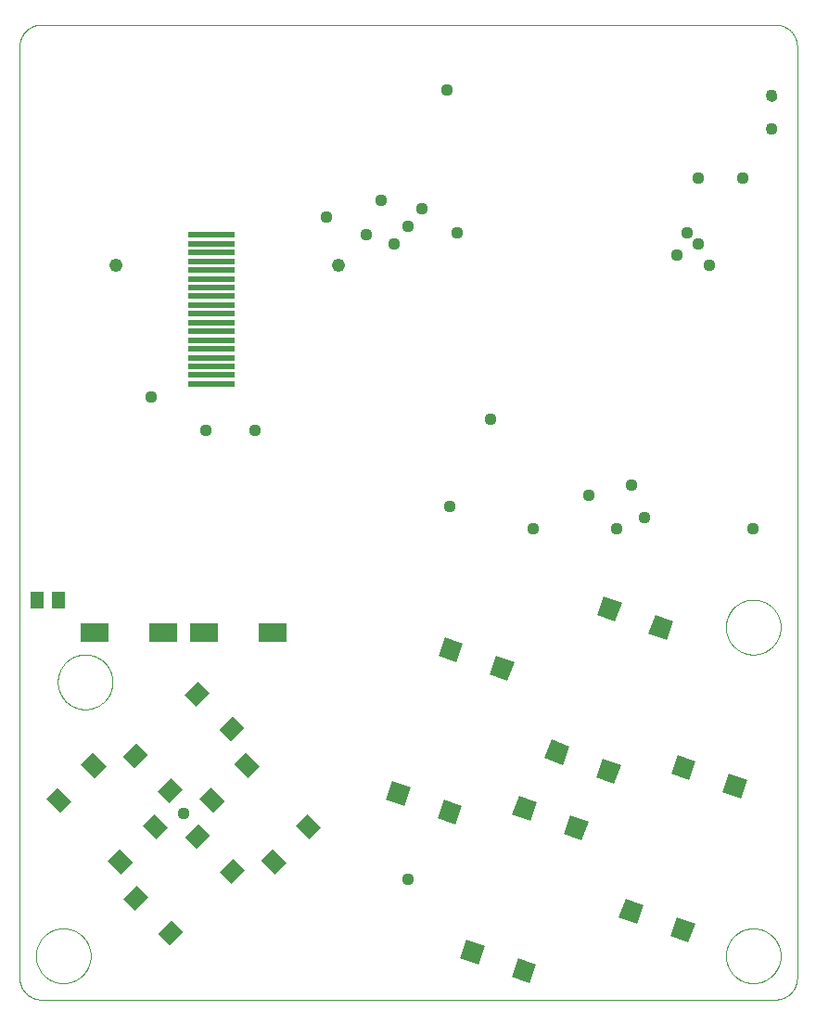
<source format=gts>
G75*
%MOIN*%
%OFA0B0*%
%FSLAX25Y25*%
%IPPOS*%
%LPD*%
%AMOC8*
5,1,8,0,0,1.08239X$1,22.5*
%
%ADD10C,0.00000*%
%ADD11C,0.00039*%
%ADD12R,0.05131X0.06312*%
%ADD13R,0.16548X0.02375*%
%ADD14R,0.07099X0.06902*%
%ADD15R,0.09855X0.07099*%
%ADD16C,0.04343*%
%ADD17R,0.05918X0.06902*%
%ADD18C,0.04369*%
%ADD19C,0.04762*%
D10*
X0003248Y0009374D02*
X0003248Y0344020D01*
X0003250Y0344210D01*
X0003257Y0344400D01*
X0003269Y0344590D01*
X0003285Y0344780D01*
X0003305Y0344969D01*
X0003331Y0345158D01*
X0003360Y0345346D01*
X0003395Y0345533D01*
X0003434Y0345719D01*
X0003477Y0345904D01*
X0003525Y0346089D01*
X0003577Y0346272D01*
X0003633Y0346453D01*
X0003694Y0346633D01*
X0003760Y0346812D01*
X0003829Y0346989D01*
X0003903Y0347165D01*
X0003981Y0347338D01*
X0004064Y0347510D01*
X0004150Y0347679D01*
X0004240Y0347847D01*
X0004335Y0348012D01*
X0004433Y0348175D01*
X0004536Y0348335D01*
X0004642Y0348493D01*
X0004752Y0348648D01*
X0004865Y0348801D01*
X0004983Y0348951D01*
X0005104Y0349097D01*
X0005228Y0349241D01*
X0005356Y0349382D01*
X0005487Y0349520D01*
X0005622Y0349655D01*
X0005760Y0349786D01*
X0005901Y0349914D01*
X0006045Y0350038D01*
X0006191Y0350159D01*
X0006341Y0350277D01*
X0006494Y0350390D01*
X0006649Y0350500D01*
X0006807Y0350606D01*
X0006967Y0350709D01*
X0007130Y0350807D01*
X0007295Y0350902D01*
X0007463Y0350992D01*
X0007632Y0351078D01*
X0007804Y0351161D01*
X0007977Y0351239D01*
X0008153Y0351313D01*
X0008330Y0351382D01*
X0008509Y0351448D01*
X0008689Y0351509D01*
X0008870Y0351565D01*
X0009053Y0351617D01*
X0009238Y0351665D01*
X0009423Y0351708D01*
X0009609Y0351747D01*
X0009796Y0351782D01*
X0009984Y0351811D01*
X0010173Y0351837D01*
X0010362Y0351857D01*
X0010552Y0351873D01*
X0010742Y0351885D01*
X0010932Y0351892D01*
X0011122Y0351894D01*
X0274902Y0351894D01*
X0275092Y0351892D01*
X0275282Y0351885D01*
X0275472Y0351873D01*
X0275662Y0351857D01*
X0275851Y0351837D01*
X0276040Y0351811D01*
X0276228Y0351782D01*
X0276415Y0351747D01*
X0276601Y0351708D01*
X0276786Y0351665D01*
X0276971Y0351617D01*
X0277154Y0351565D01*
X0277335Y0351509D01*
X0277515Y0351448D01*
X0277694Y0351382D01*
X0277871Y0351313D01*
X0278047Y0351239D01*
X0278220Y0351161D01*
X0278392Y0351078D01*
X0278561Y0350992D01*
X0278729Y0350902D01*
X0278894Y0350807D01*
X0279057Y0350709D01*
X0279217Y0350606D01*
X0279375Y0350500D01*
X0279530Y0350390D01*
X0279683Y0350277D01*
X0279833Y0350159D01*
X0279979Y0350038D01*
X0280123Y0349914D01*
X0280264Y0349786D01*
X0280402Y0349655D01*
X0280537Y0349520D01*
X0280668Y0349382D01*
X0280796Y0349241D01*
X0280920Y0349097D01*
X0281041Y0348951D01*
X0281159Y0348801D01*
X0281272Y0348648D01*
X0281382Y0348493D01*
X0281488Y0348335D01*
X0281591Y0348175D01*
X0281689Y0348012D01*
X0281784Y0347847D01*
X0281874Y0347679D01*
X0281960Y0347510D01*
X0282043Y0347338D01*
X0282121Y0347165D01*
X0282195Y0346989D01*
X0282264Y0346812D01*
X0282330Y0346633D01*
X0282391Y0346453D01*
X0282447Y0346272D01*
X0282499Y0346089D01*
X0282547Y0345904D01*
X0282590Y0345719D01*
X0282629Y0345533D01*
X0282664Y0345346D01*
X0282693Y0345158D01*
X0282719Y0344969D01*
X0282739Y0344780D01*
X0282755Y0344590D01*
X0282767Y0344400D01*
X0282774Y0344210D01*
X0282776Y0344020D01*
X0282776Y0009374D01*
X0282774Y0009184D01*
X0282767Y0008994D01*
X0282755Y0008804D01*
X0282739Y0008614D01*
X0282719Y0008425D01*
X0282693Y0008236D01*
X0282664Y0008048D01*
X0282629Y0007861D01*
X0282590Y0007675D01*
X0282547Y0007490D01*
X0282499Y0007305D01*
X0282447Y0007122D01*
X0282391Y0006941D01*
X0282330Y0006761D01*
X0282264Y0006582D01*
X0282195Y0006405D01*
X0282121Y0006229D01*
X0282043Y0006056D01*
X0281960Y0005884D01*
X0281874Y0005715D01*
X0281784Y0005547D01*
X0281689Y0005382D01*
X0281591Y0005219D01*
X0281488Y0005059D01*
X0281382Y0004901D01*
X0281272Y0004746D01*
X0281159Y0004593D01*
X0281041Y0004443D01*
X0280920Y0004297D01*
X0280796Y0004153D01*
X0280668Y0004012D01*
X0280537Y0003874D01*
X0280402Y0003739D01*
X0280264Y0003608D01*
X0280123Y0003480D01*
X0279979Y0003356D01*
X0279833Y0003235D01*
X0279683Y0003117D01*
X0279530Y0003004D01*
X0279375Y0002894D01*
X0279217Y0002788D01*
X0279057Y0002685D01*
X0278894Y0002587D01*
X0278729Y0002492D01*
X0278561Y0002402D01*
X0278392Y0002316D01*
X0278220Y0002233D01*
X0278047Y0002155D01*
X0277871Y0002081D01*
X0277694Y0002012D01*
X0277515Y0001946D01*
X0277335Y0001885D01*
X0277154Y0001829D01*
X0276971Y0001777D01*
X0276786Y0001729D01*
X0276601Y0001686D01*
X0276415Y0001647D01*
X0276228Y0001612D01*
X0276040Y0001583D01*
X0275851Y0001557D01*
X0275662Y0001537D01*
X0275472Y0001521D01*
X0275282Y0001509D01*
X0275092Y0001502D01*
X0274902Y0001500D01*
X0011122Y0001500D01*
X0010932Y0001502D01*
X0010742Y0001509D01*
X0010552Y0001521D01*
X0010362Y0001537D01*
X0010173Y0001557D01*
X0009984Y0001583D01*
X0009796Y0001612D01*
X0009609Y0001647D01*
X0009423Y0001686D01*
X0009238Y0001729D01*
X0009053Y0001777D01*
X0008870Y0001829D01*
X0008689Y0001885D01*
X0008509Y0001946D01*
X0008330Y0002012D01*
X0008153Y0002081D01*
X0007977Y0002155D01*
X0007804Y0002233D01*
X0007632Y0002316D01*
X0007463Y0002402D01*
X0007295Y0002492D01*
X0007130Y0002587D01*
X0006967Y0002685D01*
X0006807Y0002788D01*
X0006649Y0002894D01*
X0006494Y0003004D01*
X0006341Y0003117D01*
X0006191Y0003235D01*
X0006045Y0003356D01*
X0005901Y0003480D01*
X0005760Y0003608D01*
X0005622Y0003739D01*
X0005487Y0003874D01*
X0005356Y0004012D01*
X0005228Y0004153D01*
X0005104Y0004297D01*
X0004983Y0004443D01*
X0004865Y0004593D01*
X0004752Y0004746D01*
X0004642Y0004901D01*
X0004536Y0005059D01*
X0004433Y0005219D01*
X0004335Y0005382D01*
X0004240Y0005547D01*
X0004150Y0005715D01*
X0004064Y0005884D01*
X0003981Y0006056D01*
X0003903Y0006229D01*
X0003829Y0006405D01*
X0003760Y0006582D01*
X0003694Y0006761D01*
X0003633Y0006941D01*
X0003577Y0007122D01*
X0003525Y0007305D01*
X0003477Y0007490D01*
X0003434Y0007675D01*
X0003395Y0007861D01*
X0003360Y0008048D01*
X0003331Y0008236D01*
X0003305Y0008425D01*
X0003285Y0008614D01*
X0003269Y0008804D01*
X0003257Y0008994D01*
X0003250Y0009184D01*
X0003248Y0009374D01*
X0271752Y0314492D02*
X0271754Y0314576D01*
X0271760Y0314659D01*
X0271770Y0314742D01*
X0271784Y0314825D01*
X0271801Y0314907D01*
X0271823Y0314988D01*
X0271848Y0315067D01*
X0271877Y0315146D01*
X0271910Y0315223D01*
X0271946Y0315298D01*
X0271986Y0315372D01*
X0272029Y0315444D01*
X0272076Y0315513D01*
X0272126Y0315580D01*
X0272179Y0315645D01*
X0272235Y0315707D01*
X0272293Y0315767D01*
X0272355Y0315824D01*
X0272419Y0315877D01*
X0272486Y0315928D01*
X0272555Y0315975D01*
X0272626Y0316020D01*
X0272699Y0316060D01*
X0272774Y0316097D01*
X0272851Y0316131D01*
X0272929Y0316161D01*
X0273008Y0316187D01*
X0273089Y0316210D01*
X0273171Y0316228D01*
X0273253Y0316243D01*
X0273336Y0316254D01*
X0273419Y0316261D01*
X0273503Y0316264D01*
X0273587Y0316263D01*
X0273670Y0316258D01*
X0273754Y0316249D01*
X0273836Y0316236D01*
X0273918Y0316220D01*
X0273999Y0316199D01*
X0274080Y0316175D01*
X0274158Y0316147D01*
X0274236Y0316115D01*
X0274312Y0316079D01*
X0274386Y0316040D01*
X0274458Y0315998D01*
X0274528Y0315952D01*
X0274596Y0315903D01*
X0274661Y0315851D01*
X0274724Y0315796D01*
X0274784Y0315738D01*
X0274842Y0315677D01*
X0274896Y0315613D01*
X0274948Y0315547D01*
X0274996Y0315479D01*
X0275041Y0315408D01*
X0275082Y0315335D01*
X0275121Y0315261D01*
X0275155Y0315185D01*
X0275186Y0315107D01*
X0275213Y0315028D01*
X0275237Y0314947D01*
X0275256Y0314866D01*
X0275272Y0314784D01*
X0275284Y0314701D01*
X0275292Y0314617D01*
X0275296Y0314534D01*
X0275296Y0314450D01*
X0275292Y0314367D01*
X0275284Y0314283D01*
X0275272Y0314200D01*
X0275256Y0314118D01*
X0275237Y0314037D01*
X0275213Y0313956D01*
X0275186Y0313877D01*
X0275155Y0313799D01*
X0275121Y0313723D01*
X0275082Y0313649D01*
X0275041Y0313576D01*
X0274996Y0313505D01*
X0274948Y0313437D01*
X0274896Y0313371D01*
X0274842Y0313307D01*
X0274784Y0313246D01*
X0274724Y0313188D01*
X0274661Y0313133D01*
X0274596Y0313081D01*
X0274528Y0313032D01*
X0274458Y0312986D01*
X0274386Y0312944D01*
X0274312Y0312905D01*
X0274236Y0312869D01*
X0274158Y0312837D01*
X0274080Y0312809D01*
X0273999Y0312785D01*
X0273918Y0312764D01*
X0273836Y0312748D01*
X0273754Y0312735D01*
X0273670Y0312726D01*
X0273587Y0312721D01*
X0273503Y0312720D01*
X0273419Y0312723D01*
X0273336Y0312730D01*
X0273253Y0312741D01*
X0273171Y0312756D01*
X0273089Y0312774D01*
X0273008Y0312797D01*
X0272929Y0312823D01*
X0272851Y0312853D01*
X0272774Y0312887D01*
X0272699Y0312924D01*
X0272626Y0312964D01*
X0272555Y0313009D01*
X0272486Y0313056D01*
X0272419Y0313107D01*
X0272355Y0313160D01*
X0272293Y0313217D01*
X0272235Y0313277D01*
X0272179Y0313339D01*
X0272126Y0313404D01*
X0272076Y0313471D01*
X0272029Y0313540D01*
X0271986Y0313612D01*
X0271946Y0313686D01*
X0271910Y0313761D01*
X0271877Y0313838D01*
X0271848Y0313917D01*
X0271823Y0313996D01*
X0271801Y0314077D01*
X0271784Y0314159D01*
X0271770Y0314242D01*
X0271760Y0314325D01*
X0271754Y0314408D01*
X0271752Y0314492D01*
X0271752Y0326303D02*
X0271754Y0326387D01*
X0271760Y0326470D01*
X0271770Y0326553D01*
X0271784Y0326636D01*
X0271801Y0326718D01*
X0271823Y0326799D01*
X0271848Y0326878D01*
X0271877Y0326957D01*
X0271910Y0327034D01*
X0271946Y0327109D01*
X0271986Y0327183D01*
X0272029Y0327255D01*
X0272076Y0327324D01*
X0272126Y0327391D01*
X0272179Y0327456D01*
X0272235Y0327518D01*
X0272293Y0327578D01*
X0272355Y0327635D01*
X0272419Y0327688D01*
X0272486Y0327739D01*
X0272555Y0327786D01*
X0272626Y0327831D01*
X0272699Y0327871D01*
X0272774Y0327908D01*
X0272851Y0327942D01*
X0272929Y0327972D01*
X0273008Y0327998D01*
X0273089Y0328021D01*
X0273171Y0328039D01*
X0273253Y0328054D01*
X0273336Y0328065D01*
X0273419Y0328072D01*
X0273503Y0328075D01*
X0273587Y0328074D01*
X0273670Y0328069D01*
X0273754Y0328060D01*
X0273836Y0328047D01*
X0273918Y0328031D01*
X0273999Y0328010D01*
X0274080Y0327986D01*
X0274158Y0327958D01*
X0274236Y0327926D01*
X0274312Y0327890D01*
X0274386Y0327851D01*
X0274458Y0327809D01*
X0274528Y0327763D01*
X0274596Y0327714D01*
X0274661Y0327662D01*
X0274724Y0327607D01*
X0274784Y0327549D01*
X0274842Y0327488D01*
X0274896Y0327424D01*
X0274948Y0327358D01*
X0274996Y0327290D01*
X0275041Y0327219D01*
X0275082Y0327146D01*
X0275121Y0327072D01*
X0275155Y0326996D01*
X0275186Y0326918D01*
X0275213Y0326839D01*
X0275237Y0326758D01*
X0275256Y0326677D01*
X0275272Y0326595D01*
X0275284Y0326512D01*
X0275292Y0326428D01*
X0275296Y0326345D01*
X0275296Y0326261D01*
X0275292Y0326178D01*
X0275284Y0326094D01*
X0275272Y0326011D01*
X0275256Y0325929D01*
X0275237Y0325848D01*
X0275213Y0325767D01*
X0275186Y0325688D01*
X0275155Y0325610D01*
X0275121Y0325534D01*
X0275082Y0325460D01*
X0275041Y0325387D01*
X0274996Y0325316D01*
X0274948Y0325248D01*
X0274896Y0325182D01*
X0274842Y0325118D01*
X0274784Y0325057D01*
X0274724Y0324999D01*
X0274661Y0324944D01*
X0274596Y0324892D01*
X0274528Y0324843D01*
X0274458Y0324797D01*
X0274386Y0324755D01*
X0274312Y0324716D01*
X0274236Y0324680D01*
X0274158Y0324648D01*
X0274080Y0324620D01*
X0273999Y0324596D01*
X0273918Y0324575D01*
X0273836Y0324559D01*
X0273754Y0324546D01*
X0273670Y0324537D01*
X0273587Y0324532D01*
X0273503Y0324531D01*
X0273419Y0324534D01*
X0273336Y0324541D01*
X0273253Y0324552D01*
X0273171Y0324567D01*
X0273089Y0324585D01*
X0273008Y0324608D01*
X0272929Y0324634D01*
X0272851Y0324664D01*
X0272774Y0324698D01*
X0272699Y0324735D01*
X0272626Y0324775D01*
X0272555Y0324820D01*
X0272486Y0324867D01*
X0272419Y0324918D01*
X0272355Y0324971D01*
X0272293Y0325028D01*
X0272235Y0325088D01*
X0272179Y0325150D01*
X0272126Y0325215D01*
X0272076Y0325282D01*
X0272029Y0325351D01*
X0271986Y0325423D01*
X0271946Y0325497D01*
X0271910Y0325572D01*
X0271877Y0325649D01*
X0271848Y0325728D01*
X0271823Y0325807D01*
X0271801Y0325888D01*
X0271784Y0325970D01*
X0271770Y0326053D01*
X0271760Y0326136D01*
X0271754Y0326219D01*
X0271752Y0326303D01*
D11*
X0257185Y0135358D02*
X0257188Y0135600D01*
X0257197Y0135841D01*
X0257212Y0136082D01*
X0257232Y0136323D01*
X0257259Y0136563D01*
X0257292Y0136802D01*
X0257330Y0137041D01*
X0257374Y0137278D01*
X0257424Y0137515D01*
X0257480Y0137750D01*
X0257542Y0137983D01*
X0257609Y0138215D01*
X0257682Y0138446D01*
X0257760Y0138674D01*
X0257845Y0138900D01*
X0257934Y0139125D01*
X0258029Y0139347D01*
X0258130Y0139566D01*
X0258236Y0139784D01*
X0258347Y0139998D01*
X0258464Y0140210D01*
X0258585Y0140418D01*
X0258712Y0140624D01*
X0258844Y0140826D01*
X0258981Y0141026D01*
X0259122Y0141221D01*
X0259268Y0141414D01*
X0259419Y0141602D01*
X0259575Y0141787D01*
X0259735Y0141968D01*
X0259899Y0142145D01*
X0260068Y0142318D01*
X0260241Y0142487D01*
X0260418Y0142651D01*
X0260599Y0142811D01*
X0260784Y0142967D01*
X0260972Y0143118D01*
X0261165Y0143264D01*
X0261360Y0143405D01*
X0261560Y0143542D01*
X0261762Y0143674D01*
X0261968Y0143801D01*
X0262176Y0143922D01*
X0262388Y0144039D01*
X0262602Y0144150D01*
X0262820Y0144256D01*
X0263039Y0144357D01*
X0263261Y0144452D01*
X0263486Y0144541D01*
X0263712Y0144626D01*
X0263940Y0144704D01*
X0264171Y0144777D01*
X0264403Y0144844D01*
X0264636Y0144906D01*
X0264871Y0144962D01*
X0265108Y0145012D01*
X0265345Y0145056D01*
X0265584Y0145094D01*
X0265823Y0145127D01*
X0266063Y0145154D01*
X0266304Y0145174D01*
X0266545Y0145189D01*
X0266786Y0145198D01*
X0267028Y0145201D01*
X0267270Y0145198D01*
X0267511Y0145189D01*
X0267752Y0145174D01*
X0267993Y0145154D01*
X0268233Y0145127D01*
X0268472Y0145094D01*
X0268711Y0145056D01*
X0268948Y0145012D01*
X0269185Y0144962D01*
X0269420Y0144906D01*
X0269653Y0144844D01*
X0269885Y0144777D01*
X0270116Y0144704D01*
X0270344Y0144626D01*
X0270570Y0144541D01*
X0270795Y0144452D01*
X0271017Y0144357D01*
X0271236Y0144256D01*
X0271454Y0144150D01*
X0271668Y0144039D01*
X0271880Y0143922D01*
X0272088Y0143801D01*
X0272294Y0143674D01*
X0272496Y0143542D01*
X0272696Y0143405D01*
X0272891Y0143264D01*
X0273084Y0143118D01*
X0273272Y0142967D01*
X0273457Y0142811D01*
X0273638Y0142651D01*
X0273815Y0142487D01*
X0273988Y0142318D01*
X0274157Y0142145D01*
X0274321Y0141968D01*
X0274481Y0141787D01*
X0274637Y0141602D01*
X0274788Y0141414D01*
X0274934Y0141221D01*
X0275075Y0141026D01*
X0275212Y0140826D01*
X0275344Y0140624D01*
X0275471Y0140418D01*
X0275592Y0140210D01*
X0275709Y0139998D01*
X0275820Y0139784D01*
X0275926Y0139566D01*
X0276027Y0139347D01*
X0276122Y0139125D01*
X0276211Y0138900D01*
X0276296Y0138674D01*
X0276374Y0138446D01*
X0276447Y0138215D01*
X0276514Y0137983D01*
X0276576Y0137750D01*
X0276632Y0137515D01*
X0276682Y0137278D01*
X0276726Y0137041D01*
X0276764Y0136802D01*
X0276797Y0136563D01*
X0276824Y0136323D01*
X0276844Y0136082D01*
X0276859Y0135841D01*
X0276868Y0135600D01*
X0276871Y0135358D01*
X0276868Y0135116D01*
X0276859Y0134875D01*
X0276844Y0134634D01*
X0276824Y0134393D01*
X0276797Y0134153D01*
X0276764Y0133914D01*
X0276726Y0133675D01*
X0276682Y0133438D01*
X0276632Y0133201D01*
X0276576Y0132966D01*
X0276514Y0132733D01*
X0276447Y0132501D01*
X0276374Y0132270D01*
X0276296Y0132042D01*
X0276211Y0131816D01*
X0276122Y0131591D01*
X0276027Y0131369D01*
X0275926Y0131150D01*
X0275820Y0130932D01*
X0275709Y0130718D01*
X0275592Y0130506D01*
X0275471Y0130298D01*
X0275344Y0130092D01*
X0275212Y0129890D01*
X0275075Y0129690D01*
X0274934Y0129495D01*
X0274788Y0129302D01*
X0274637Y0129114D01*
X0274481Y0128929D01*
X0274321Y0128748D01*
X0274157Y0128571D01*
X0273988Y0128398D01*
X0273815Y0128229D01*
X0273638Y0128065D01*
X0273457Y0127905D01*
X0273272Y0127749D01*
X0273084Y0127598D01*
X0272891Y0127452D01*
X0272696Y0127311D01*
X0272496Y0127174D01*
X0272294Y0127042D01*
X0272088Y0126915D01*
X0271880Y0126794D01*
X0271668Y0126677D01*
X0271454Y0126566D01*
X0271236Y0126460D01*
X0271017Y0126359D01*
X0270795Y0126264D01*
X0270570Y0126175D01*
X0270344Y0126090D01*
X0270116Y0126012D01*
X0269885Y0125939D01*
X0269653Y0125872D01*
X0269420Y0125810D01*
X0269185Y0125754D01*
X0268948Y0125704D01*
X0268711Y0125660D01*
X0268472Y0125622D01*
X0268233Y0125589D01*
X0267993Y0125562D01*
X0267752Y0125542D01*
X0267511Y0125527D01*
X0267270Y0125518D01*
X0267028Y0125515D01*
X0266786Y0125518D01*
X0266545Y0125527D01*
X0266304Y0125542D01*
X0266063Y0125562D01*
X0265823Y0125589D01*
X0265584Y0125622D01*
X0265345Y0125660D01*
X0265108Y0125704D01*
X0264871Y0125754D01*
X0264636Y0125810D01*
X0264403Y0125872D01*
X0264171Y0125939D01*
X0263940Y0126012D01*
X0263712Y0126090D01*
X0263486Y0126175D01*
X0263261Y0126264D01*
X0263039Y0126359D01*
X0262820Y0126460D01*
X0262602Y0126566D01*
X0262388Y0126677D01*
X0262176Y0126794D01*
X0261968Y0126915D01*
X0261762Y0127042D01*
X0261560Y0127174D01*
X0261360Y0127311D01*
X0261165Y0127452D01*
X0260972Y0127598D01*
X0260784Y0127749D01*
X0260599Y0127905D01*
X0260418Y0128065D01*
X0260241Y0128229D01*
X0260068Y0128398D01*
X0259899Y0128571D01*
X0259735Y0128748D01*
X0259575Y0128929D01*
X0259419Y0129114D01*
X0259268Y0129302D01*
X0259122Y0129495D01*
X0258981Y0129690D01*
X0258844Y0129890D01*
X0258712Y0130092D01*
X0258585Y0130298D01*
X0258464Y0130506D01*
X0258347Y0130718D01*
X0258236Y0130932D01*
X0258130Y0131150D01*
X0258029Y0131369D01*
X0257934Y0131591D01*
X0257845Y0131816D01*
X0257760Y0132042D01*
X0257682Y0132270D01*
X0257609Y0132501D01*
X0257542Y0132733D01*
X0257480Y0132966D01*
X0257424Y0133201D01*
X0257374Y0133438D01*
X0257330Y0133675D01*
X0257292Y0133914D01*
X0257259Y0134153D01*
X0257232Y0134393D01*
X0257212Y0134634D01*
X0257197Y0134875D01*
X0257188Y0135116D01*
X0257185Y0135358D01*
X0257185Y0017248D02*
X0257188Y0017490D01*
X0257197Y0017731D01*
X0257212Y0017972D01*
X0257232Y0018213D01*
X0257259Y0018453D01*
X0257292Y0018692D01*
X0257330Y0018931D01*
X0257374Y0019168D01*
X0257424Y0019405D01*
X0257480Y0019640D01*
X0257542Y0019873D01*
X0257609Y0020105D01*
X0257682Y0020336D01*
X0257760Y0020564D01*
X0257845Y0020790D01*
X0257934Y0021015D01*
X0258029Y0021237D01*
X0258130Y0021456D01*
X0258236Y0021674D01*
X0258347Y0021888D01*
X0258464Y0022100D01*
X0258585Y0022308D01*
X0258712Y0022514D01*
X0258844Y0022716D01*
X0258981Y0022916D01*
X0259122Y0023111D01*
X0259268Y0023304D01*
X0259419Y0023492D01*
X0259575Y0023677D01*
X0259735Y0023858D01*
X0259899Y0024035D01*
X0260068Y0024208D01*
X0260241Y0024377D01*
X0260418Y0024541D01*
X0260599Y0024701D01*
X0260784Y0024857D01*
X0260972Y0025008D01*
X0261165Y0025154D01*
X0261360Y0025295D01*
X0261560Y0025432D01*
X0261762Y0025564D01*
X0261968Y0025691D01*
X0262176Y0025812D01*
X0262388Y0025929D01*
X0262602Y0026040D01*
X0262820Y0026146D01*
X0263039Y0026247D01*
X0263261Y0026342D01*
X0263486Y0026431D01*
X0263712Y0026516D01*
X0263940Y0026594D01*
X0264171Y0026667D01*
X0264403Y0026734D01*
X0264636Y0026796D01*
X0264871Y0026852D01*
X0265108Y0026902D01*
X0265345Y0026946D01*
X0265584Y0026984D01*
X0265823Y0027017D01*
X0266063Y0027044D01*
X0266304Y0027064D01*
X0266545Y0027079D01*
X0266786Y0027088D01*
X0267028Y0027091D01*
X0267270Y0027088D01*
X0267511Y0027079D01*
X0267752Y0027064D01*
X0267993Y0027044D01*
X0268233Y0027017D01*
X0268472Y0026984D01*
X0268711Y0026946D01*
X0268948Y0026902D01*
X0269185Y0026852D01*
X0269420Y0026796D01*
X0269653Y0026734D01*
X0269885Y0026667D01*
X0270116Y0026594D01*
X0270344Y0026516D01*
X0270570Y0026431D01*
X0270795Y0026342D01*
X0271017Y0026247D01*
X0271236Y0026146D01*
X0271454Y0026040D01*
X0271668Y0025929D01*
X0271880Y0025812D01*
X0272088Y0025691D01*
X0272294Y0025564D01*
X0272496Y0025432D01*
X0272696Y0025295D01*
X0272891Y0025154D01*
X0273084Y0025008D01*
X0273272Y0024857D01*
X0273457Y0024701D01*
X0273638Y0024541D01*
X0273815Y0024377D01*
X0273988Y0024208D01*
X0274157Y0024035D01*
X0274321Y0023858D01*
X0274481Y0023677D01*
X0274637Y0023492D01*
X0274788Y0023304D01*
X0274934Y0023111D01*
X0275075Y0022916D01*
X0275212Y0022716D01*
X0275344Y0022514D01*
X0275471Y0022308D01*
X0275592Y0022100D01*
X0275709Y0021888D01*
X0275820Y0021674D01*
X0275926Y0021456D01*
X0276027Y0021237D01*
X0276122Y0021015D01*
X0276211Y0020790D01*
X0276296Y0020564D01*
X0276374Y0020336D01*
X0276447Y0020105D01*
X0276514Y0019873D01*
X0276576Y0019640D01*
X0276632Y0019405D01*
X0276682Y0019168D01*
X0276726Y0018931D01*
X0276764Y0018692D01*
X0276797Y0018453D01*
X0276824Y0018213D01*
X0276844Y0017972D01*
X0276859Y0017731D01*
X0276868Y0017490D01*
X0276871Y0017248D01*
X0276868Y0017006D01*
X0276859Y0016765D01*
X0276844Y0016524D01*
X0276824Y0016283D01*
X0276797Y0016043D01*
X0276764Y0015804D01*
X0276726Y0015565D01*
X0276682Y0015328D01*
X0276632Y0015091D01*
X0276576Y0014856D01*
X0276514Y0014623D01*
X0276447Y0014391D01*
X0276374Y0014160D01*
X0276296Y0013932D01*
X0276211Y0013706D01*
X0276122Y0013481D01*
X0276027Y0013259D01*
X0275926Y0013040D01*
X0275820Y0012822D01*
X0275709Y0012608D01*
X0275592Y0012396D01*
X0275471Y0012188D01*
X0275344Y0011982D01*
X0275212Y0011780D01*
X0275075Y0011580D01*
X0274934Y0011385D01*
X0274788Y0011192D01*
X0274637Y0011004D01*
X0274481Y0010819D01*
X0274321Y0010638D01*
X0274157Y0010461D01*
X0273988Y0010288D01*
X0273815Y0010119D01*
X0273638Y0009955D01*
X0273457Y0009795D01*
X0273272Y0009639D01*
X0273084Y0009488D01*
X0272891Y0009342D01*
X0272696Y0009201D01*
X0272496Y0009064D01*
X0272294Y0008932D01*
X0272088Y0008805D01*
X0271880Y0008684D01*
X0271668Y0008567D01*
X0271454Y0008456D01*
X0271236Y0008350D01*
X0271017Y0008249D01*
X0270795Y0008154D01*
X0270570Y0008065D01*
X0270344Y0007980D01*
X0270116Y0007902D01*
X0269885Y0007829D01*
X0269653Y0007762D01*
X0269420Y0007700D01*
X0269185Y0007644D01*
X0268948Y0007594D01*
X0268711Y0007550D01*
X0268472Y0007512D01*
X0268233Y0007479D01*
X0267993Y0007452D01*
X0267752Y0007432D01*
X0267511Y0007417D01*
X0267270Y0007408D01*
X0267028Y0007405D01*
X0266786Y0007408D01*
X0266545Y0007417D01*
X0266304Y0007432D01*
X0266063Y0007452D01*
X0265823Y0007479D01*
X0265584Y0007512D01*
X0265345Y0007550D01*
X0265108Y0007594D01*
X0264871Y0007644D01*
X0264636Y0007700D01*
X0264403Y0007762D01*
X0264171Y0007829D01*
X0263940Y0007902D01*
X0263712Y0007980D01*
X0263486Y0008065D01*
X0263261Y0008154D01*
X0263039Y0008249D01*
X0262820Y0008350D01*
X0262602Y0008456D01*
X0262388Y0008567D01*
X0262176Y0008684D01*
X0261968Y0008805D01*
X0261762Y0008932D01*
X0261560Y0009064D01*
X0261360Y0009201D01*
X0261165Y0009342D01*
X0260972Y0009488D01*
X0260784Y0009639D01*
X0260599Y0009795D01*
X0260418Y0009955D01*
X0260241Y0010119D01*
X0260068Y0010288D01*
X0259899Y0010461D01*
X0259735Y0010638D01*
X0259575Y0010819D01*
X0259419Y0011004D01*
X0259268Y0011192D01*
X0259122Y0011385D01*
X0258981Y0011580D01*
X0258844Y0011780D01*
X0258712Y0011982D01*
X0258585Y0012188D01*
X0258464Y0012396D01*
X0258347Y0012608D01*
X0258236Y0012822D01*
X0258130Y0013040D01*
X0258029Y0013259D01*
X0257934Y0013481D01*
X0257845Y0013706D01*
X0257760Y0013932D01*
X0257682Y0014160D01*
X0257609Y0014391D01*
X0257542Y0014623D01*
X0257480Y0014856D01*
X0257424Y0015091D01*
X0257374Y0015328D01*
X0257330Y0015565D01*
X0257292Y0015804D01*
X0257259Y0016043D01*
X0257232Y0016283D01*
X0257212Y0016524D01*
X0257197Y0016765D01*
X0257188Y0017006D01*
X0257185Y0017248D01*
X0017027Y0115673D02*
X0017030Y0115915D01*
X0017039Y0116156D01*
X0017054Y0116397D01*
X0017074Y0116638D01*
X0017101Y0116878D01*
X0017134Y0117117D01*
X0017172Y0117356D01*
X0017216Y0117593D01*
X0017266Y0117830D01*
X0017322Y0118065D01*
X0017384Y0118298D01*
X0017451Y0118530D01*
X0017524Y0118761D01*
X0017602Y0118989D01*
X0017687Y0119215D01*
X0017776Y0119440D01*
X0017871Y0119662D01*
X0017972Y0119881D01*
X0018078Y0120099D01*
X0018189Y0120313D01*
X0018306Y0120525D01*
X0018427Y0120733D01*
X0018554Y0120939D01*
X0018686Y0121141D01*
X0018823Y0121341D01*
X0018964Y0121536D01*
X0019110Y0121729D01*
X0019261Y0121917D01*
X0019417Y0122102D01*
X0019577Y0122283D01*
X0019741Y0122460D01*
X0019910Y0122633D01*
X0020083Y0122802D01*
X0020260Y0122966D01*
X0020441Y0123126D01*
X0020626Y0123282D01*
X0020814Y0123433D01*
X0021007Y0123579D01*
X0021202Y0123720D01*
X0021402Y0123857D01*
X0021604Y0123989D01*
X0021810Y0124116D01*
X0022018Y0124237D01*
X0022230Y0124354D01*
X0022444Y0124465D01*
X0022662Y0124571D01*
X0022881Y0124672D01*
X0023103Y0124767D01*
X0023328Y0124856D01*
X0023554Y0124941D01*
X0023782Y0125019D01*
X0024013Y0125092D01*
X0024245Y0125159D01*
X0024478Y0125221D01*
X0024713Y0125277D01*
X0024950Y0125327D01*
X0025187Y0125371D01*
X0025426Y0125409D01*
X0025665Y0125442D01*
X0025905Y0125469D01*
X0026146Y0125489D01*
X0026387Y0125504D01*
X0026628Y0125513D01*
X0026870Y0125516D01*
X0027112Y0125513D01*
X0027353Y0125504D01*
X0027594Y0125489D01*
X0027835Y0125469D01*
X0028075Y0125442D01*
X0028314Y0125409D01*
X0028553Y0125371D01*
X0028790Y0125327D01*
X0029027Y0125277D01*
X0029262Y0125221D01*
X0029495Y0125159D01*
X0029727Y0125092D01*
X0029958Y0125019D01*
X0030186Y0124941D01*
X0030412Y0124856D01*
X0030637Y0124767D01*
X0030859Y0124672D01*
X0031078Y0124571D01*
X0031296Y0124465D01*
X0031510Y0124354D01*
X0031722Y0124237D01*
X0031930Y0124116D01*
X0032136Y0123989D01*
X0032338Y0123857D01*
X0032538Y0123720D01*
X0032733Y0123579D01*
X0032926Y0123433D01*
X0033114Y0123282D01*
X0033299Y0123126D01*
X0033480Y0122966D01*
X0033657Y0122802D01*
X0033830Y0122633D01*
X0033999Y0122460D01*
X0034163Y0122283D01*
X0034323Y0122102D01*
X0034479Y0121917D01*
X0034630Y0121729D01*
X0034776Y0121536D01*
X0034917Y0121341D01*
X0035054Y0121141D01*
X0035186Y0120939D01*
X0035313Y0120733D01*
X0035434Y0120525D01*
X0035551Y0120313D01*
X0035662Y0120099D01*
X0035768Y0119881D01*
X0035869Y0119662D01*
X0035964Y0119440D01*
X0036053Y0119215D01*
X0036138Y0118989D01*
X0036216Y0118761D01*
X0036289Y0118530D01*
X0036356Y0118298D01*
X0036418Y0118065D01*
X0036474Y0117830D01*
X0036524Y0117593D01*
X0036568Y0117356D01*
X0036606Y0117117D01*
X0036639Y0116878D01*
X0036666Y0116638D01*
X0036686Y0116397D01*
X0036701Y0116156D01*
X0036710Y0115915D01*
X0036713Y0115673D01*
X0036710Y0115431D01*
X0036701Y0115190D01*
X0036686Y0114949D01*
X0036666Y0114708D01*
X0036639Y0114468D01*
X0036606Y0114229D01*
X0036568Y0113990D01*
X0036524Y0113753D01*
X0036474Y0113516D01*
X0036418Y0113281D01*
X0036356Y0113048D01*
X0036289Y0112816D01*
X0036216Y0112585D01*
X0036138Y0112357D01*
X0036053Y0112131D01*
X0035964Y0111906D01*
X0035869Y0111684D01*
X0035768Y0111465D01*
X0035662Y0111247D01*
X0035551Y0111033D01*
X0035434Y0110821D01*
X0035313Y0110613D01*
X0035186Y0110407D01*
X0035054Y0110205D01*
X0034917Y0110005D01*
X0034776Y0109810D01*
X0034630Y0109617D01*
X0034479Y0109429D01*
X0034323Y0109244D01*
X0034163Y0109063D01*
X0033999Y0108886D01*
X0033830Y0108713D01*
X0033657Y0108544D01*
X0033480Y0108380D01*
X0033299Y0108220D01*
X0033114Y0108064D01*
X0032926Y0107913D01*
X0032733Y0107767D01*
X0032538Y0107626D01*
X0032338Y0107489D01*
X0032136Y0107357D01*
X0031930Y0107230D01*
X0031722Y0107109D01*
X0031510Y0106992D01*
X0031296Y0106881D01*
X0031078Y0106775D01*
X0030859Y0106674D01*
X0030637Y0106579D01*
X0030412Y0106490D01*
X0030186Y0106405D01*
X0029958Y0106327D01*
X0029727Y0106254D01*
X0029495Y0106187D01*
X0029262Y0106125D01*
X0029027Y0106069D01*
X0028790Y0106019D01*
X0028553Y0105975D01*
X0028314Y0105937D01*
X0028075Y0105904D01*
X0027835Y0105877D01*
X0027594Y0105857D01*
X0027353Y0105842D01*
X0027112Y0105833D01*
X0026870Y0105830D01*
X0026628Y0105833D01*
X0026387Y0105842D01*
X0026146Y0105857D01*
X0025905Y0105877D01*
X0025665Y0105904D01*
X0025426Y0105937D01*
X0025187Y0105975D01*
X0024950Y0106019D01*
X0024713Y0106069D01*
X0024478Y0106125D01*
X0024245Y0106187D01*
X0024013Y0106254D01*
X0023782Y0106327D01*
X0023554Y0106405D01*
X0023328Y0106490D01*
X0023103Y0106579D01*
X0022881Y0106674D01*
X0022662Y0106775D01*
X0022444Y0106881D01*
X0022230Y0106992D01*
X0022018Y0107109D01*
X0021810Y0107230D01*
X0021604Y0107357D01*
X0021402Y0107489D01*
X0021202Y0107626D01*
X0021007Y0107767D01*
X0020814Y0107913D01*
X0020626Y0108064D01*
X0020441Y0108220D01*
X0020260Y0108380D01*
X0020083Y0108544D01*
X0019910Y0108713D01*
X0019741Y0108886D01*
X0019577Y0109063D01*
X0019417Y0109244D01*
X0019261Y0109429D01*
X0019110Y0109617D01*
X0018964Y0109810D01*
X0018823Y0110005D01*
X0018686Y0110205D01*
X0018554Y0110407D01*
X0018427Y0110613D01*
X0018306Y0110821D01*
X0018189Y0111033D01*
X0018078Y0111247D01*
X0017972Y0111465D01*
X0017871Y0111684D01*
X0017776Y0111906D01*
X0017687Y0112131D01*
X0017602Y0112357D01*
X0017524Y0112585D01*
X0017451Y0112816D01*
X0017384Y0113048D01*
X0017322Y0113281D01*
X0017266Y0113516D01*
X0017216Y0113753D01*
X0017172Y0113990D01*
X0017134Y0114229D01*
X0017101Y0114468D01*
X0017074Y0114708D01*
X0017054Y0114949D01*
X0017039Y0115190D01*
X0017030Y0115431D01*
X0017027Y0115673D01*
X0009153Y0017248D02*
X0009156Y0017490D01*
X0009165Y0017731D01*
X0009180Y0017972D01*
X0009200Y0018213D01*
X0009227Y0018453D01*
X0009260Y0018692D01*
X0009298Y0018931D01*
X0009342Y0019168D01*
X0009392Y0019405D01*
X0009448Y0019640D01*
X0009510Y0019873D01*
X0009577Y0020105D01*
X0009650Y0020336D01*
X0009728Y0020564D01*
X0009813Y0020790D01*
X0009902Y0021015D01*
X0009997Y0021237D01*
X0010098Y0021456D01*
X0010204Y0021674D01*
X0010315Y0021888D01*
X0010432Y0022100D01*
X0010553Y0022308D01*
X0010680Y0022514D01*
X0010812Y0022716D01*
X0010949Y0022916D01*
X0011090Y0023111D01*
X0011236Y0023304D01*
X0011387Y0023492D01*
X0011543Y0023677D01*
X0011703Y0023858D01*
X0011867Y0024035D01*
X0012036Y0024208D01*
X0012209Y0024377D01*
X0012386Y0024541D01*
X0012567Y0024701D01*
X0012752Y0024857D01*
X0012940Y0025008D01*
X0013133Y0025154D01*
X0013328Y0025295D01*
X0013528Y0025432D01*
X0013730Y0025564D01*
X0013936Y0025691D01*
X0014144Y0025812D01*
X0014356Y0025929D01*
X0014570Y0026040D01*
X0014788Y0026146D01*
X0015007Y0026247D01*
X0015229Y0026342D01*
X0015454Y0026431D01*
X0015680Y0026516D01*
X0015908Y0026594D01*
X0016139Y0026667D01*
X0016371Y0026734D01*
X0016604Y0026796D01*
X0016839Y0026852D01*
X0017076Y0026902D01*
X0017313Y0026946D01*
X0017552Y0026984D01*
X0017791Y0027017D01*
X0018031Y0027044D01*
X0018272Y0027064D01*
X0018513Y0027079D01*
X0018754Y0027088D01*
X0018996Y0027091D01*
X0019238Y0027088D01*
X0019479Y0027079D01*
X0019720Y0027064D01*
X0019961Y0027044D01*
X0020201Y0027017D01*
X0020440Y0026984D01*
X0020679Y0026946D01*
X0020916Y0026902D01*
X0021153Y0026852D01*
X0021388Y0026796D01*
X0021621Y0026734D01*
X0021853Y0026667D01*
X0022084Y0026594D01*
X0022312Y0026516D01*
X0022538Y0026431D01*
X0022763Y0026342D01*
X0022985Y0026247D01*
X0023204Y0026146D01*
X0023422Y0026040D01*
X0023636Y0025929D01*
X0023848Y0025812D01*
X0024056Y0025691D01*
X0024262Y0025564D01*
X0024464Y0025432D01*
X0024664Y0025295D01*
X0024859Y0025154D01*
X0025052Y0025008D01*
X0025240Y0024857D01*
X0025425Y0024701D01*
X0025606Y0024541D01*
X0025783Y0024377D01*
X0025956Y0024208D01*
X0026125Y0024035D01*
X0026289Y0023858D01*
X0026449Y0023677D01*
X0026605Y0023492D01*
X0026756Y0023304D01*
X0026902Y0023111D01*
X0027043Y0022916D01*
X0027180Y0022716D01*
X0027312Y0022514D01*
X0027439Y0022308D01*
X0027560Y0022100D01*
X0027677Y0021888D01*
X0027788Y0021674D01*
X0027894Y0021456D01*
X0027995Y0021237D01*
X0028090Y0021015D01*
X0028179Y0020790D01*
X0028264Y0020564D01*
X0028342Y0020336D01*
X0028415Y0020105D01*
X0028482Y0019873D01*
X0028544Y0019640D01*
X0028600Y0019405D01*
X0028650Y0019168D01*
X0028694Y0018931D01*
X0028732Y0018692D01*
X0028765Y0018453D01*
X0028792Y0018213D01*
X0028812Y0017972D01*
X0028827Y0017731D01*
X0028836Y0017490D01*
X0028839Y0017248D01*
X0028836Y0017006D01*
X0028827Y0016765D01*
X0028812Y0016524D01*
X0028792Y0016283D01*
X0028765Y0016043D01*
X0028732Y0015804D01*
X0028694Y0015565D01*
X0028650Y0015328D01*
X0028600Y0015091D01*
X0028544Y0014856D01*
X0028482Y0014623D01*
X0028415Y0014391D01*
X0028342Y0014160D01*
X0028264Y0013932D01*
X0028179Y0013706D01*
X0028090Y0013481D01*
X0027995Y0013259D01*
X0027894Y0013040D01*
X0027788Y0012822D01*
X0027677Y0012608D01*
X0027560Y0012396D01*
X0027439Y0012188D01*
X0027312Y0011982D01*
X0027180Y0011780D01*
X0027043Y0011580D01*
X0026902Y0011385D01*
X0026756Y0011192D01*
X0026605Y0011004D01*
X0026449Y0010819D01*
X0026289Y0010638D01*
X0026125Y0010461D01*
X0025956Y0010288D01*
X0025783Y0010119D01*
X0025606Y0009955D01*
X0025425Y0009795D01*
X0025240Y0009639D01*
X0025052Y0009488D01*
X0024859Y0009342D01*
X0024664Y0009201D01*
X0024464Y0009064D01*
X0024262Y0008932D01*
X0024056Y0008805D01*
X0023848Y0008684D01*
X0023636Y0008567D01*
X0023422Y0008456D01*
X0023204Y0008350D01*
X0022985Y0008249D01*
X0022763Y0008154D01*
X0022538Y0008065D01*
X0022312Y0007980D01*
X0022084Y0007902D01*
X0021853Y0007829D01*
X0021621Y0007762D01*
X0021388Y0007700D01*
X0021153Y0007644D01*
X0020916Y0007594D01*
X0020679Y0007550D01*
X0020440Y0007512D01*
X0020201Y0007479D01*
X0019961Y0007452D01*
X0019720Y0007432D01*
X0019479Y0007417D01*
X0019238Y0007408D01*
X0018996Y0007405D01*
X0018754Y0007408D01*
X0018513Y0007417D01*
X0018272Y0007432D01*
X0018031Y0007452D01*
X0017791Y0007479D01*
X0017552Y0007512D01*
X0017313Y0007550D01*
X0017076Y0007594D01*
X0016839Y0007644D01*
X0016604Y0007700D01*
X0016371Y0007762D01*
X0016139Y0007829D01*
X0015908Y0007902D01*
X0015680Y0007980D01*
X0015454Y0008065D01*
X0015229Y0008154D01*
X0015007Y0008249D01*
X0014788Y0008350D01*
X0014570Y0008456D01*
X0014356Y0008567D01*
X0014144Y0008684D01*
X0013936Y0008805D01*
X0013730Y0008932D01*
X0013528Y0009064D01*
X0013328Y0009201D01*
X0013133Y0009342D01*
X0012940Y0009488D01*
X0012752Y0009639D01*
X0012567Y0009795D01*
X0012386Y0009955D01*
X0012209Y0010119D01*
X0012036Y0010288D01*
X0011867Y0010461D01*
X0011703Y0010638D01*
X0011543Y0010819D01*
X0011387Y0011004D01*
X0011236Y0011192D01*
X0011090Y0011385D01*
X0010949Y0011580D01*
X0010812Y0011780D01*
X0010680Y0011982D01*
X0010553Y0012188D01*
X0010432Y0012396D01*
X0010315Y0012608D01*
X0010204Y0012822D01*
X0010098Y0013040D01*
X0009997Y0013259D01*
X0009902Y0013481D01*
X0009813Y0013706D01*
X0009728Y0013932D01*
X0009650Y0014160D01*
X0009577Y0014391D01*
X0009510Y0014623D01*
X0009448Y0014856D01*
X0009392Y0015091D01*
X0009342Y0015328D01*
X0009298Y0015565D01*
X0009260Y0015804D01*
X0009227Y0016043D01*
X0009200Y0016283D01*
X0009180Y0016524D01*
X0009165Y0016765D01*
X0009156Y0017006D01*
X0009153Y0017248D01*
D12*
X0009547Y0145201D03*
X0017421Y0145201D03*
D13*
X0072146Y0222760D03*
X0072146Y0225909D03*
X0072146Y0229059D03*
X0072146Y0232209D03*
X0072146Y0235358D03*
X0072146Y0238508D03*
X0072146Y0241657D03*
X0072146Y0244807D03*
X0072146Y0247957D03*
X0072146Y0251106D03*
X0072146Y0254256D03*
X0072146Y0257406D03*
X0072146Y0260555D03*
X0072146Y0263705D03*
X0072146Y0266854D03*
X0072146Y0270004D03*
X0072146Y0273154D03*
X0072146Y0276303D03*
D14*
G36*
X0162685Y0129346D02*
X0160258Y0122677D01*
X0153773Y0125038D01*
X0156200Y0131707D01*
X0162685Y0129346D01*
G37*
G36*
X0181183Y0122613D02*
X0178756Y0115944D01*
X0172271Y0118305D01*
X0174698Y0124974D01*
X0181183Y0122613D01*
G37*
G36*
X0200992Y0092547D02*
X0198565Y0085878D01*
X0192080Y0088239D01*
X0194507Y0094908D01*
X0200992Y0092547D01*
G37*
G36*
X0219489Y0085815D02*
X0217062Y0079146D01*
X0210577Y0081507D01*
X0213004Y0088176D01*
X0219489Y0085815D01*
G37*
G36*
X0207805Y0065523D02*
X0205378Y0058854D01*
X0198893Y0061215D01*
X0201320Y0067884D01*
X0207805Y0065523D01*
G37*
G36*
X0189307Y0072256D02*
X0186880Y0065587D01*
X0180395Y0067948D01*
X0182822Y0074617D01*
X0189307Y0072256D01*
G37*
G36*
X0162399Y0071004D02*
X0159972Y0064335D01*
X0153487Y0066696D01*
X0155914Y0073365D01*
X0162399Y0071004D01*
G37*
G36*
X0143901Y0077737D02*
X0141474Y0071068D01*
X0134989Y0073429D01*
X0137416Y0080098D01*
X0143901Y0077737D01*
G37*
G36*
X0170523Y0020646D02*
X0168096Y0013977D01*
X0161611Y0016338D01*
X0164038Y0023007D01*
X0170523Y0020646D01*
G37*
G36*
X0189021Y0013914D02*
X0186594Y0007245D01*
X0180109Y0009606D01*
X0182536Y0016275D01*
X0189021Y0013914D01*
G37*
G36*
X0227613Y0035457D02*
X0225186Y0028788D01*
X0218701Y0031149D01*
X0221128Y0037818D01*
X0227613Y0035457D01*
G37*
G36*
X0246111Y0028724D02*
X0243684Y0022055D01*
X0237199Y0024416D01*
X0239626Y0031085D01*
X0246111Y0028724D01*
G37*
G36*
X0264895Y0080333D02*
X0262468Y0073664D01*
X0255983Y0076025D01*
X0258410Y0082694D01*
X0264895Y0080333D01*
G37*
G36*
X0246397Y0087066D02*
X0243970Y0080397D01*
X0237485Y0082758D01*
X0239912Y0089427D01*
X0246397Y0087066D01*
G37*
G36*
X0238274Y0137424D02*
X0235847Y0130755D01*
X0229362Y0133116D01*
X0231789Y0139785D01*
X0238274Y0137424D01*
G37*
G36*
X0219776Y0144156D02*
X0217349Y0137487D01*
X0210864Y0139848D01*
X0213291Y0146517D01*
X0219776Y0144156D01*
G37*
D15*
X0094390Y0133390D03*
X0069587Y0133390D03*
X0055020Y0133390D03*
X0030217Y0133390D03*
D16*
X0273524Y0314492D03*
X0273524Y0326303D03*
D17*
G36*
X0079980Y0103354D02*
X0084165Y0099169D01*
X0079286Y0094290D01*
X0075101Y0098475D01*
X0079980Y0103354D01*
G37*
G36*
X0067452Y0115881D02*
X0071637Y0111696D01*
X0066758Y0106817D01*
X0062573Y0111002D01*
X0067452Y0115881D01*
G37*
G36*
X0045320Y0093749D02*
X0049505Y0089564D01*
X0044626Y0084685D01*
X0040441Y0088870D01*
X0045320Y0093749D01*
G37*
G36*
X0025410Y0086106D02*
X0029595Y0090291D01*
X0034474Y0085412D01*
X0030289Y0081227D01*
X0025410Y0086106D01*
G37*
G36*
X0012882Y0073578D02*
X0017067Y0077763D01*
X0021946Y0072884D01*
X0017761Y0068699D01*
X0012882Y0073578D01*
G37*
G36*
X0035014Y0051446D02*
X0039199Y0055631D01*
X0044078Y0050752D01*
X0039893Y0046567D01*
X0035014Y0051446D01*
G37*
G36*
X0044626Y0033504D02*
X0040441Y0037689D01*
X0045320Y0042568D01*
X0049505Y0038383D01*
X0044626Y0033504D01*
G37*
G36*
X0057154Y0020977D02*
X0052969Y0025162D01*
X0057848Y0030041D01*
X0062033Y0025856D01*
X0057154Y0020977D01*
G37*
G36*
X0079286Y0043109D02*
X0075101Y0047294D01*
X0079980Y0052173D01*
X0084165Y0047988D01*
X0079286Y0043109D01*
G37*
G36*
X0066758Y0055636D02*
X0062573Y0059821D01*
X0067452Y0064700D01*
X0071637Y0060515D01*
X0066758Y0055636D01*
G37*
G36*
X0047542Y0063974D02*
X0051727Y0068159D01*
X0056606Y0063280D01*
X0052421Y0059095D01*
X0047542Y0063974D01*
G37*
G36*
X0057848Y0081222D02*
X0062033Y0077037D01*
X0057154Y0072158D01*
X0052969Y0076343D01*
X0057848Y0081222D01*
G37*
G36*
X0077065Y0072884D02*
X0072880Y0068699D01*
X0068001Y0073578D01*
X0072186Y0077763D01*
X0077065Y0072884D01*
G37*
G36*
X0089592Y0085412D02*
X0085407Y0081227D01*
X0080528Y0086106D01*
X0084713Y0090291D01*
X0089592Y0085412D01*
G37*
G36*
X0111724Y0063280D02*
X0107539Y0059095D01*
X0102660Y0063974D01*
X0106845Y0068159D01*
X0111724Y0063280D01*
G37*
G36*
X0099196Y0050752D02*
X0095011Y0046567D01*
X0090132Y0051446D01*
X0094317Y0055631D01*
X0099196Y0050752D01*
G37*
D18*
X0062303Y0068429D03*
X0143012Y0044807D03*
X0188000Y0170791D03*
X0207972Y0182602D03*
X0218000Y0170791D03*
X0228000Y0174728D03*
X0223130Y0186539D03*
X0267028Y0170791D03*
X0251280Y0265280D03*
X0247343Y0273154D03*
X0243406Y0277091D03*
X0239469Y0269217D03*
X0247343Y0296776D03*
X0263091Y0296776D03*
X0172539Y0210161D03*
X0158000Y0178665D03*
X0088000Y0206224D03*
X0070177Y0206224D03*
X0050492Y0218035D03*
X0113484Y0282602D03*
X0128000Y0276303D03*
X0133169Y0288902D03*
X0143012Y0279453D03*
X0148000Y0285752D03*
X0138000Y0273154D03*
X0160728Y0277091D03*
X0156791Y0328272D03*
D19*
X0118000Y0265280D03*
X0038000Y0265280D03*
M02*

</source>
